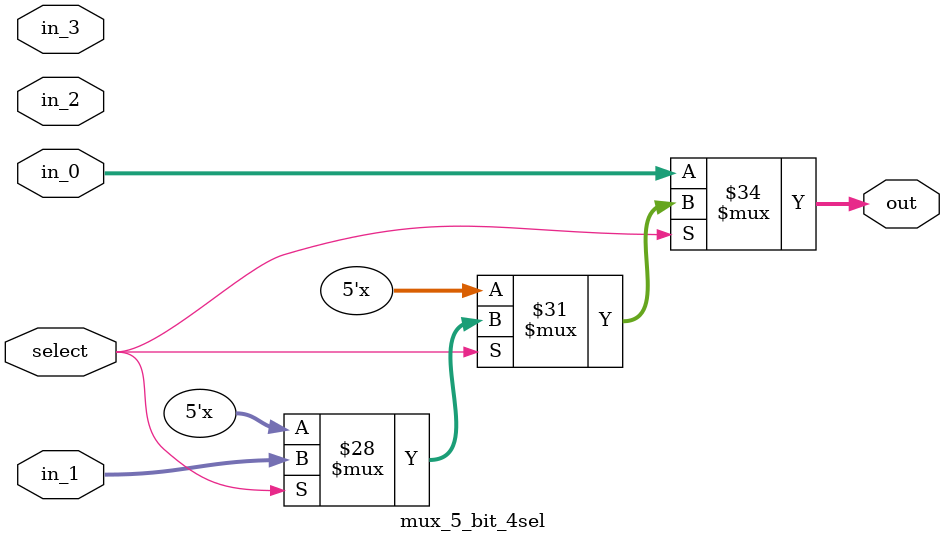
<source format=v>
module mux_5_bit_4sel(in_0, in_1 , in_2 , in_3, out, select);
    input [4:0] in_0, in_1 , in_2 , in_3;
    input select;
    output reg [4:0] out;

    always @(in_0, in_1, select) begin
        if (select == 2'b00)
            out = in_0;
        else if (select == 2'b01)
            out = in_1;
        else if (select == 2'b10)
            out = in_2;
        else if (select == 2'b11)
            out = in_3;        
    end
endmodule
</source>
